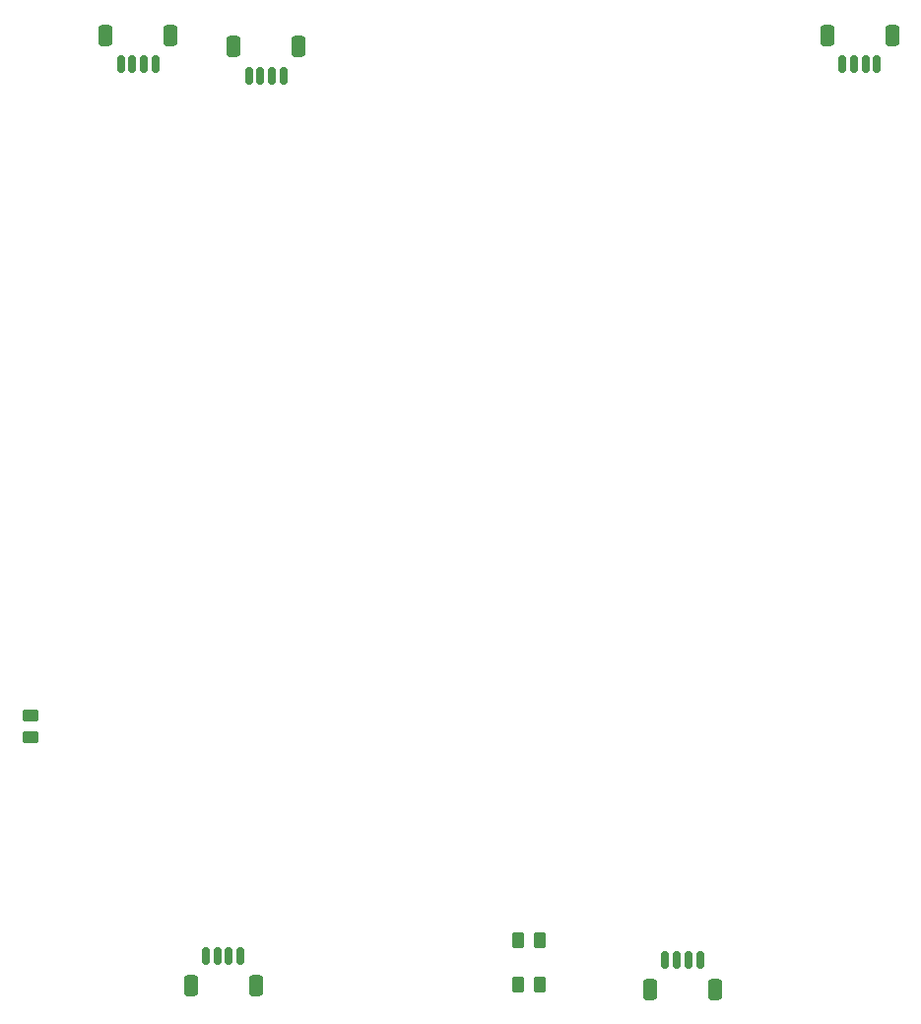
<source format=gtp>
%TF.GenerationSoftware,KiCad,Pcbnew,(6.0.8)*%
%TF.CreationDate,2023-03-18T14:47:44-05:00*%
%TF.ProjectId,board1,626f6172-6431-42e6-9b69-6361645f7063,rev?*%
%TF.SameCoordinates,Original*%
%TF.FileFunction,Paste,Top*%
%TF.FilePolarity,Positive*%
%FSLAX46Y46*%
G04 Gerber Fmt 4.6, Leading zero omitted, Abs format (unit mm)*
G04 Created by KiCad (PCBNEW (6.0.8)) date 2023-03-18 14:47:44*
%MOMM*%
%LPD*%
G01*
G04 APERTURE LIST*
G04 Aperture macros list*
%AMRoundRect*
0 Rectangle with rounded corners*
0 $1 Rounding radius*
0 $2 $3 $4 $5 $6 $7 $8 $9 X,Y pos of 4 corners*
0 Add a 4 corners polygon primitive as box body*
4,1,4,$2,$3,$4,$5,$6,$7,$8,$9,$2,$3,0*
0 Add four circle primitives for the rounded corners*
1,1,$1+$1,$2,$3*
1,1,$1+$1,$4,$5*
1,1,$1+$1,$6,$7*
1,1,$1+$1,$8,$9*
0 Add four rect primitives between the rounded corners*
20,1,$1+$1,$2,$3,$4,$5,0*
20,1,$1+$1,$4,$5,$6,$7,0*
20,1,$1+$1,$6,$7,$8,$9,0*
20,1,$1+$1,$8,$9,$2,$3,0*%
G04 Aperture macros list end*
%ADD10RoundRect,0.250000X-0.262500X-0.450000X0.262500X-0.450000X0.262500X0.450000X-0.262500X0.450000X0*%
%ADD11RoundRect,0.250000X-0.450000X0.262500X-0.450000X-0.262500X0.450000X-0.262500X0.450000X0.262500X0*%
%ADD12RoundRect,0.150000X-0.150000X-0.625000X0.150000X-0.625000X0.150000X0.625000X-0.150000X0.625000X0*%
%ADD13RoundRect,0.250000X-0.350000X-0.650000X0.350000X-0.650000X0.350000X0.650000X-0.350000X0.650000X0*%
%ADD14RoundRect,0.150000X0.150000X0.625000X-0.150000X0.625000X-0.150000X-0.625000X0.150000X-0.625000X0*%
%ADD15RoundRect,0.250000X0.350000X0.650000X-0.350000X0.650000X-0.350000X-0.650000X0.350000X-0.650000X0*%
G04 APERTURE END LIST*
D10*
X127009900Y-118304700D03*
X128834900Y-118304700D03*
X127009900Y-122104700D03*
X128834900Y-122104700D03*
D11*
X85025000Y-99030000D03*
X85025000Y-100855000D03*
D12*
X103825000Y-44067500D03*
X104825000Y-44067500D03*
X105825000Y-44067500D03*
X106825000Y-44067500D03*
D13*
X102525000Y-41542500D03*
X108125000Y-41542500D03*
D14*
X103122400Y-119679700D03*
X102122400Y-119679700D03*
X101122400Y-119679700D03*
X100122400Y-119679700D03*
D15*
X104422400Y-122204700D03*
X98822400Y-122204700D03*
D12*
X92825000Y-43067500D03*
X93825000Y-43067500D03*
X94825000Y-43067500D03*
X95825000Y-43067500D03*
D13*
X97125000Y-40542500D03*
X91525000Y-40542500D03*
D12*
X154825000Y-43067500D03*
X155825000Y-43067500D03*
X156825000Y-43067500D03*
X157825000Y-43067500D03*
D13*
X153525000Y-40542500D03*
X159125000Y-40542500D03*
D14*
X142600000Y-119975000D03*
X141600000Y-119975000D03*
X140600000Y-119975000D03*
X139600000Y-119975000D03*
D15*
X138300000Y-122500000D03*
X143900000Y-122500000D03*
M02*

</source>
